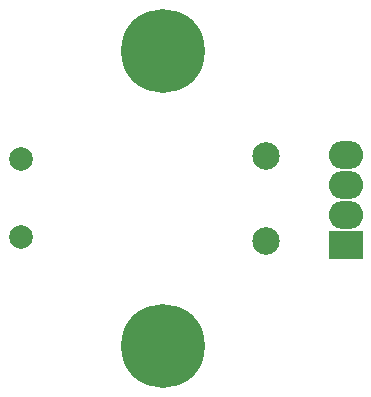
<source format=gbs>
G04 #@! TF.FileFunction,Soldermask,Bot*
%FSLAX46Y46*%
G04 Gerber Fmt 4.6, Leading zero omitted, Abs format (unit mm)*
G04 Created by KiCad (PCBNEW 4.0.1-stable) date 4/23/2016 10:29:46 PM*
%MOMM*%
G01*
G04 APERTURE LIST*
%ADD10C,0.150000*%
%ADD11C,2.330400*%
%ADD12C,2.000000*%
%ADD13R,2.900000X2.400000*%
%ADD14O,2.900000X2.400000*%
%ADD15C,7.100000*%
G04 APERTURE END LIST*
D10*
D11*
X150723600Y-112801400D03*
X150723600Y-105638600D03*
D12*
X129973200Y-105920000D03*
X129973200Y-112520000D03*
D13*
X157480000Y-113200000D03*
D14*
X157480000Y-110660000D03*
X157480000Y-108120000D03*
X157480000Y-105580000D03*
D15*
X142011400Y-96748600D03*
X142011400Y-121691400D03*
M02*

</source>
